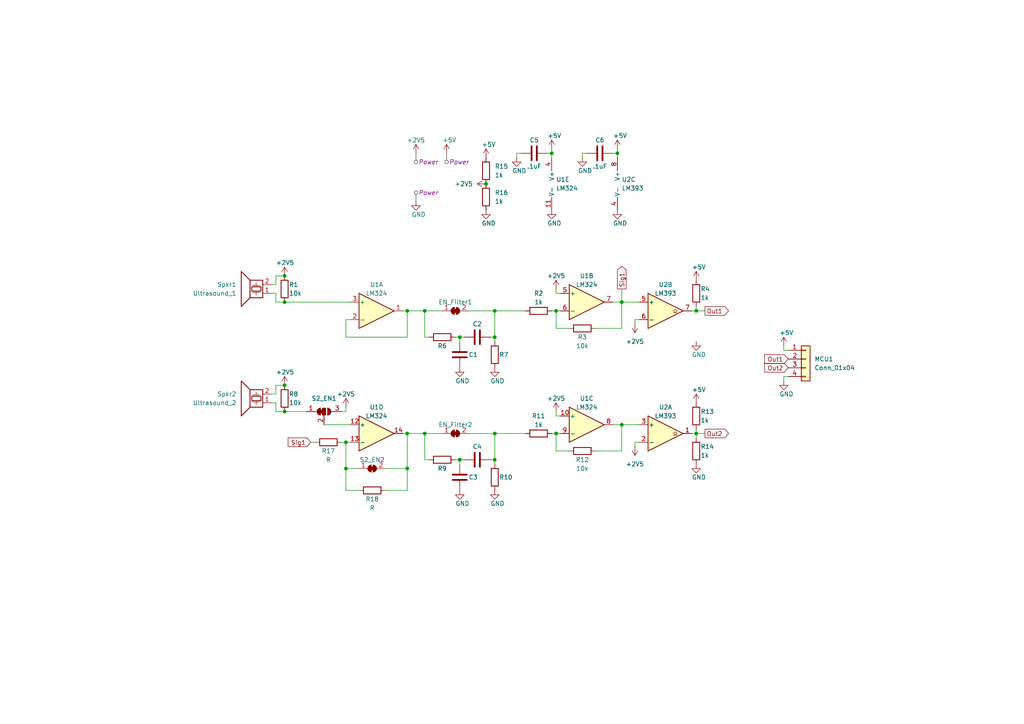
<source format=kicad_sch>
(kicad_sch (version 20230121) (generator eeschema)
  (paper "A4")
  (title_block (title "Ultrasonic Anemometer") (date "2024-03-20") (rev "1") (company "derGraph"))
  (lib_symbols
    (symbol "Amplifier_Operational:LM324" (pin_names (offset 0.127))
      (property "Reference" "U" (at 0 5.08 0))
      (property "Value" "LM324" (at 0 -5.08 0))
      (symbol "LM324_1_1"
        (polyline (pts (xy -5.08 5.08) (xy 5.08 0) (xy -5.08 -5.08) (xy -5.08 5.08)) (stroke (width 0.254)) (fill (type background)))
        (pin output line (at 7.62 0 180) (length 2.54) (name "~") (number "1"))
        (pin input line (at -7.62 -2.54 0) (length 2.54) (name "-") (number "2"))
        (pin input line (at -7.62 2.54 0) (length 2.54) (name "+") (number "3"))
      )
      (symbol "LM324_2_1"
        (polyline (pts (xy -5.08 5.08) (xy 5.08 0) (xy -5.08 -5.08) (xy -5.08 5.08)) (stroke (width 0.254)) (fill (type background)))
        (pin input line (at -7.62 2.54 0) (length 2.54) (name "+") (number "5"))
        (pin input line (at -7.62 -2.54 0) (length 2.54) (name "-") (number "6"))
        (pin output line (at 7.62 0 180) (length 2.54) (name "~") (number "7"))
      )
      (symbol "LM324_3_1"
        (polyline (pts (xy -5.08 5.08) (xy 5.08 0) (xy -5.08 -5.08) (xy -5.08 5.08)) (stroke (width 0.254)) (fill (type background)))
        (pin input line (at -7.62 2.54 0) (length 2.54) (name "+") (number "10"))
        (pin output line (at 7.62 0 180) (length 2.54) (name "~") (number "8"))
        (pin input line (at -7.62 -2.54 0) (length 2.54) (name "-") (number "9"))
      )
      (symbol "LM324_4_1"
        (polyline (pts (xy -5.08 5.08) (xy 5.08 0) (xy -5.08 -5.08) (xy -5.08 5.08)) (stroke (width 0.254)) (fill (type background)))
        (pin input line (at -7.62 2.54 0) (length 2.54) (name "+") (number "12"))
        (pin input line (at -7.62 -2.54 0) (length 2.54) (name "-") (number "13"))
        (pin output line (at 7.62 0 180) (length 2.54) (name "~") (number "14"))
      )
      (symbol "LM324_5_1"
        (pin power_in line (at -2.54 -7.62 90) (length 3.81) (name "V-") (number "11"))
        (pin power_in line (at -2.54 7.62 270) (length 3.81) (name "V+") (number "4"))
      )
    )
    (symbol "Comparator:LM393" (pin_names (offset 0.127))
      (property "Reference" "U" (at 3.81 3.81 0))
      (property "Value" "LM393" (at 6.35 -3.81 0))
      (symbol "LM393_1_1"
        (polyline (pts (xy -5.08 5.08) (xy 5.08 0) (xy -5.08 -5.08) (xy -5.08 5.08)) (stroke (width 0.254)) (fill (type background)))
        (polyline (pts (xy 3.302 -0.508) (xy 2.794 -0.508) (xy 3.302 0) (xy 2.794 0.508) (xy 2.286 0) (xy 2.794 -0.508) (xy 2.286 -0.508)) (stroke (width 0.127)))
        (pin open_collector line (at 7.62 0 180) (length 2.54) (name "~") (number "1"))
        (pin input line (at -7.62 -2.54 0) (length 2.54) (name "-") (number "2"))
        (pin input line (at -7.62 2.54 0) (length 2.54) (name "+") (number "3"))
      )
      (symbol "LM393_2_1"
        (polyline (pts (xy -5.08 5.08) (xy 5.08 0) (xy -5.08 -5.08) (xy -5.08 5.08)) (stroke (width 0.254)) (fill (type background)))
        (polyline (pts (xy 3.302 -0.508) (xy 2.794 -0.508) (xy 3.302 0) (xy 2.794 0.508) (xy 2.286 0) (xy 2.794 -0.508) (xy 2.286 -0.508)) (stroke (width 0.127)))
        (pin input line (at -7.62 2.54 0) (length 2.54) (name "+") (number "5"))
        (pin input line (at -7.62 -2.54 0) (length 2.54) (name "-") (number "6"))
        (pin open_collector line (at 7.62 0 180) (length 2.54) (name "~") (number "7"))
      )
      (symbol "LM393_3_1"
        (pin power_in line (at -2.54 -7.62 90) (length 3.81) (name "V-") (number "4"))
        (pin power_in line (at -2.54 7.62 270) (length 3.81) (name "V+") (number "8"))
      )
    )
    (symbol "Connector_Generic:Conn_01x04" (pin_names (offset 1.016) hide)
      (property "Reference" "J" (at 0 5.08 0))
      (property "Value" "Conn_01x04" (at 0 -7.62 0))
      (symbol "Conn_01x04_1_1"
        (rectangle (start -1.27 -4.953) (end 0 -5.207) (stroke (width 0.1524)))
        (rectangle (start -1.27 -2.413) (end 0 -2.667) (stroke (width 0.1524)))
        (rectangle (start -1.27 0.127) (end 0 -0.127) (stroke (width 0.1524)))
        (rectangle (start -1.27 2.667) (end 0 2.413) (stroke (width 0.1524)))
        (rectangle (start -1.27 3.81) (end 1.27 -6.35) (stroke (width 0.254)) (fill (type background)))
        (pin passive line (at -5.08 2.54 0) (length 3.81) (name "Pin_1") (number "1"))
        (pin passive line (at -5.08 0 0) (length 3.81) (name "Pin_2") (number "2"))
        (pin passive line (at -5.08 -2.54 0) (length 3.81) (name "Pin_3") (number "3"))
        (pin passive line (at -5.08 -5.08 0) (length 3.81) (name "Pin_4") (number "4"))
      )
    )
    (symbol "Device:C" (pin_numbers hide) (pin_names (offset 0.254))
      (property "Reference" "C" (at 0.635 2.54 0))
      (property "Value" "C" (at 0.635 -2.54 0))
      (symbol "C_0_1"
        (polyline (pts (xy -2.032 -0.762) (xy 2.032 -0.762)) (stroke (width 0.508)))
        (polyline (pts (xy -2.032 0.762) (xy 2.032 0.762)) (stroke (width 0.508)))
      )
      (symbol "C_1_1"
        (pin passive line (at 0 3.81 270) (length 2.794) (name "~") (number "1"))
        (pin passive line (at 0 -3.81 90) (length 2.794) (name "~") (number "2"))
      )
    )
    (symbol "Device:R" (pin_numbers hide) (pin_names (offset 0))
      (property "Reference" "R" (at 2.032 0 90))
      (property "Value" "R" (at 0 0 90))
      (symbol "R_0_1"
        (rectangle (start -1.016 -2.54) (end 1.016 2.54) (stroke (width 0.254)))
      )
      (symbol "R_1_1"
        (pin passive line (at 0 3.81 270) (length 1.27) (name "~") (number "1"))
        (pin passive line (at 0 -3.81 90) (length 1.27) (name "~") (number "2"))
      )
    )
    (symbol "Device:Speaker_Ultrasound" (pin_names (offset 0) hide)
      (property "Reference" "LS" (at 0.635 5.715 0))
      (property "Value" "Speaker_Ultrasound" (at 0.635 3.81 0))
      (symbol "Speaker_Ultrasound_0_0"
        (rectangle (start -2.54 1.27) (end 1.143 -3.81) (stroke (width 0.254)))
        (rectangle (start -2.032 -0.635) (end 0.635 -1.905) (stroke (width 0.254)))
        (polyline (pts (xy -1.651 -2.286) (xy 0.381 -2.286)))
        (polyline (pts (xy -1.651 -0.254) (xy 0.381 -0.254)))
        (polyline (pts (xy -0.635 -2.286) (xy -0.635 -3.048)))
        (polyline (pts (xy -0.635 -0.254) (xy -0.635 0.508)))
        (polyline (pts (xy 1.143 1.27) (xy 3.683 3.81) (xy 3.683 -6.35) (xy 1.143 -3.81)) (stroke (width 0.254)))
      )
      (symbol "Speaker_Ultrasound_1_1"
        (pin input line (at -5.08 0 0) (length 2.54) (name "1") (number "1"))
        (pin input line (at -5.08 -2.54 0) (length 2.54) (name "2") (number "2"))
      )
    )
    (symbol "Jumper:SolderJumper_2_Bridged" (pin_names (offset 0) hide)
      (property "Reference" "JP" (at 0 2.032 0))
      (property "Value" "SolderJumper_2_Bridged" (at 0 -2.54 0))
      (symbol "SolderJumper_2_Bridged_0_1"
        (rectangle (start -0.508 0.508) (end 0.508 -0.508) (fill (type outline)))
        (arc (start -0.254 1.016) (mid -1.2656 0) (end -0.254 -1.016))
        (arc (start -0.254 1.016) (mid -1.2656 0) (end -0.254 -1.016) (fill (type outline)))
        (polyline (pts (xy -0.254 1.016) (xy -0.254 -1.016)))
        (polyline (pts (xy 0.254 1.016) (xy 0.254 -1.016)))
        (arc (start 0.254 -1.016) (mid 1.2656 0) (end 0.254 1.016))
        (arc (start 0.254 -1.016) (mid 1.2656 0) (end 0.254 1.016) (fill (type outline)))
      )
      (symbol "SolderJumper_2_Bridged_1_1"
        (pin passive line (at -3.81 0 0) (length 2.54) (name "A") (number "1"))
        (pin passive line (at 3.81 0 180) (length 2.54) (name "B") (number "2"))
      )
    )
    (symbol "Jumper:SolderJumper_3_Bridged12" (pin_names (offset 0) hide)
      (property "Reference" "JP" (at -2.54 -2.54 0))
      (property "Value" "SolderJumper_3_Bridged12" (at 0 2.794 0))
      (symbol "SolderJumper_3_Bridged12_0_1"
        (rectangle (start -1.016 0.508) (end -0.508 -0.508) (fill (type outline)))
        (arc (start -1.016 1.016) (mid -2.0276 0) (end -1.016 -1.016))
        (arc (start -1.016 1.016) (mid -2.0276 0) (end -1.016 -1.016) (fill (type outline)))
        (rectangle (start -0.508 1.016) (end 0.508 -1.016) (fill (type outline)))
        (polyline (pts (xy -2.54 0) (xy -2.032 0)))
        (polyline (pts (xy -1.016 1.016) (xy -1.016 -1.016)))
        (polyline (pts (xy 0 -1.27) (xy 0 -1.016)))
        (polyline (pts (xy 1.016 1.016) (xy 1.016 -1.016)))
        (polyline (pts (xy 2.54 0) (xy 2.032 0)))
        (arc (start 1.016 -1.016) (mid 2.0276 0) (end 1.016 1.016))
        (arc (start 1.016 -1.016) (mid 2.0276 0) (end 1.016 1.016) (fill (type outline)))
      )
      (symbol "SolderJumper_3_Bridged12_1_1"
        (pin passive line (at -5.08 0 0) (length 2.54) (name "A") (number "1"))
        (pin passive line (at 0 -3.81 90) (length 2.54) (name "C") (number "2"))
        (pin passive line (at 5.08 0 180) (length 2.54) (name "B") (number "3"))
      )
    )
    (symbol "power:+2V5" (power) (pin_names (offset 0))
      (property "Value" "+2V5" (at 0 3.556 0))
      (symbol "+2V5_0_1"
        (polyline (pts (xy -0.762 1.27) (xy 0 2.54)))
        (polyline (pts (xy 0 0) (xy 0 2.54)))
        (polyline (pts (xy 0 2.54) (xy 0.762 1.27)))
      )
      (symbol "+2V5_1_1"
        (pin power_in line (at 0 0 90) (length 0) hide (name "+2V5") (number "1"))
      )
    )
    (symbol "power:+5V" (power) (pin_names (offset 0))
      (property "Value" "+5V" (at 0 3.556 0))
      (symbol "+5V_0_1"
        (polyline (pts (xy -0.762 1.27) (xy 0 2.54)))
        (polyline (pts (xy 0 0) (xy 0 2.54)))
        (polyline (pts (xy 0 2.54) (xy 0.762 1.27)))
      )
      (symbol "+5V_1_1"
        (pin power_in line (at 0 0 90) (length 0) hide (name "+5V") (number "1"))
      )
    )
    (symbol "power:GND" (power) (pin_names (offset 0))
      (property "Value" "GND" (at 0 -3.81 0))
      (symbol "GND_0_1"
        (polyline (pts (xy 0 0) (xy 0 -1.27) (xy 1.27 -1.27) (xy 0 -2.54) (xy -1.27 -1.27) (xy 0 -1.27)))
      )
      (symbol "GND_1_1"
        (pin power_in line (at 0 0 270) (length 0) hide (name "GND") (number "1"))
      )
    )
  )
  (junction (at 201.93 90.17))
  (junction (at 100.33 128.27))
  (junction (at 82.55 111.76))
  (junction (at 123.19 125.73))
  (junction (at 100.33 135.89))
  (junction (at 82.55 87.63))
  (junction (at 133.35 97.79))
  (junction (at 82.55 119.38))
  (junction (at 118.11 90.17))
  (junction (at 133.35 133.35))
  (junction (at 180.34 123.19))
  (junction (at 179.07 44.45))
  (junction (at 201.93 125.73))
  (junction (at 82.55 80.01))
  (junction (at 143.51 97.79))
  (junction (at 143.51 90.17))
  (junction (at 143.51 125.73))
  (junction (at 161.29 90.17))
  (junction (at 118.11 135.89))
  (junction (at 140.97 53.34))
  (junction (at 143.51 133.35))
  (junction (at 123.19 90.17))
  (junction (at 160.02 44.45))
  (junction (at 180.34 87.63))
  (junction (at 161.29 125.73))
  (junction (at 118.11 125.73))
  (wire (pts (xy 118.11 125.73) (xy 118.11 135.89)))
  (wire (pts (xy 118.11 90.17) (xy 116.84 90.17)))
  (wire (pts (xy 179.07 44.45) (xy 179.07 45.72)))
  (wire (pts (xy 100.33 135.89) (xy 104.14 135.89)))
  (wire (pts (xy 100.33 128.27) (xy 100.33 135.89)))
  (wire (pts (xy 143.51 90.17) (xy 143.51 97.79)))
  (wire (pts (xy 123.19 97.79) (xy 123.19 90.17)))
  (wire (pts (xy 135.89 125.73) (xy 143.51 125.73)))
  (wire (pts (xy 133.35 99.06) (xy 133.35 97.79)))
  (wire (pts (xy 184.15 128.27) (xy 185.42 128.27)))
  (wire (pts (xy 201.93 124.46) (xy 201.93 125.73)))
  (wire (pts (xy 135.89 90.17) (xy 143.51 90.17)))
  (wire (pts (xy 200.66 90.17) (xy 201.93 90.17)))
  (wire (pts (xy 179.07 43.18) (xy 179.07 44.45)))
  (wire (pts (xy 161.29 85.09) (xy 162.56 85.09)))
  (wire (pts (xy 93.98 123.19) (xy 101.6 123.19)))
  (wire (pts (xy 143.51 97.79) (xy 143.51 99.06)))
  (wire (pts (xy 184.15 129.54) (xy 184.15 128.27)))
  (wire (pts (xy 143.51 97.79) (xy 142.24 97.79)))
  (wire (pts (xy 179.07 44.45) (xy 177.8 44.45)))
  (wire (pts (xy 161.29 120.65) (xy 162.56 120.65)))
  (wire (pts (xy 100.33 119.38) (xy 99.06 119.38)))
  (wire (pts (xy 180.34 95.25) (xy 180.34 87.63)))
  (wire (pts (xy 184.15 92.71) (xy 185.42 92.71)))
  (wire (pts (xy 161.29 125.73) (xy 161.29 130.81)))
  (wire (pts (xy 160.02 90.17) (xy 161.29 90.17)))
  (wire (pts (xy 201.93 125.73) (xy 204.47 125.73)))
  (wire (pts (xy 101.6 92.71) (xy 100.33 92.71)))
  (wire (pts (xy 134.62 133.35) (xy 133.35 133.35)))
  (wire (pts (xy 80.01 111.76) (xy 82.55 111.76)))
  (wire (pts (xy 111.76 142.24) (xy 118.11 142.24)))
  (wire (pts (xy 200.66 125.73) (xy 201.93 125.73)))
  (wire (pts (xy 133.35 97.79) (xy 132.08 97.79)))
  (wire (pts (xy 158.75 44.45) (xy 160.02 44.45)))
  (wire (pts (xy 161.29 119.38) (xy 161.29 120.65)))
  (wire (pts (xy 180.34 130.81) (xy 180.34 123.19)))
  (wire (pts (xy 123.19 133.35) (xy 124.46 133.35)))
  (wire (pts (xy 201.93 88.9) (xy 201.93 90.17)))
  (wire (pts (xy 143.51 133.35) (xy 143.51 134.62)))
  (wire (pts (xy 149.86 44.45) (xy 151.13 44.45)))
  (wire (pts (xy 227.33 101.6) (xy 227.33 100.33)))
  (wire (pts (xy 134.62 97.79) (xy 133.35 97.79)))
  (wire (pts (xy 118.11 142.24) (xy 118.11 135.89)))
  (wire (pts (xy 123.19 97.79) (xy 124.46 97.79)))
  (wire (pts (xy 91.44 128.27) (xy 90.17 128.27)))
  (wire (pts (xy 80.01 80.01) (xy 82.55 80.01)))
  (wire (pts (xy 161.29 83.82) (xy 161.29 85.09)))
  (wire (pts (xy 161.29 90.17) (xy 162.56 90.17)))
  (wire (pts (xy 143.51 133.35) (xy 142.24 133.35)))
  (wire (pts (xy 104.14 142.24) (xy 100.33 142.24)))
  (wire (pts (xy 180.34 123.19) (xy 185.42 123.19)))
  (wire (pts (xy 123.19 125.73) (xy 128.27 125.73)))
  (wire (pts (xy 123.19 133.35) (xy 123.19 125.73)))
  (wire (pts (xy 80.01 114.3) (xy 80.01 111.76)))
  (wire (pts (xy 82.55 87.63) (xy 101.6 87.63)))
  (wire (pts (xy 118.11 90.17) (xy 123.19 90.17)))
  (wire (pts (xy 123.19 90.17) (xy 128.27 90.17)))
  (wire (pts (xy 160.02 43.18) (xy 160.02 44.45)))
  (wire (pts (xy 143.51 90.17) (xy 152.4 90.17)))
  (wire (pts (xy 161.29 95.25) (xy 165.1 95.25)))
  (wire (pts (xy 118.11 97.79) (xy 118.11 90.17)))
  (wire (pts (xy 80.01 119.38) (xy 82.55 119.38)))
  (wire (pts (xy 161.29 90.17) (xy 161.29 95.25)))
  (wire (pts (xy 168.91 44.45) (xy 170.18 44.45)))
  (wire (pts (xy 80.01 82.55) (xy 80.01 80.01)))
  (wire (pts (xy 180.34 123.19) (xy 177.8 123.19)))
  (wire (pts (xy 227.33 110.49) (xy 227.33 109.22)))
  (wire (pts (xy 118.11 125.73) (xy 123.19 125.73)))
  (wire (pts (xy 201.93 90.17) (xy 204.47 90.17)))
  (wire (pts (xy 227.33 109.22) (xy 228.6 109.22)))
  (wire (pts (xy 80.01 116.84) (xy 80.01 119.38)))
  (wire (pts (xy 101.6 128.27) (xy 100.33 128.27)))
  (wire (pts (xy 172.72 95.25) (xy 180.34 95.25)))
  (wire (pts (xy 78.74 116.84) (xy 80.01 116.84)))
  (wire (pts (xy 149.86 45.72) (xy 149.86 44.45)))
  (wire (pts (xy 100.33 97.79) (xy 118.11 97.79)))
  (wire (pts (xy 80.01 85.09) (xy 80.01 87.63)))
  (wire (pts (xy 180.34 87.63) (xy 177.8 87.63)))
  (wire (pts (xy 143.51 125.73) (xy 152.4 125.73)))
  (wire (pts (xy 180.34 83.82) (xy 180.34 87.63)))
  (wire (pts (xy 80.01 87.63) (xy 82.55 87.63)))
  (wire (pts (xy 100.33 118.11) (xy 100.33 119.38)))
  (wire (pts (xy 143.51 125.73) (xy 143.51 133.35)))
  (wire (pts (xy 78.74 82.55) (xy 80.01 82.55)))
  (wire (pts (xy 78.74 114.3) (xy 80.01 114.3)))
  (wire (pts (xy 78.74 85.09) (xy 80.01 85.09)))
  (wire (pts (xy 184.15 93.98) (xy 184.15 92.71)))
  (wire (pts (xy 88.9 119.38) (xy 82.55 119.38)))
  (wire (pts (xy 100.33 92.71) (xy 100.33 97.79)))
  (wire (pts (xy 168.91 44.45) (xy 168.91 45.72)))
  (wire (pts (xy 172.72 130.81) (xy 180.34 130.81)))
  (wire (pts (xy 160.02 125.73) (xy 161.29 125.73)))
  (wire (pts (xy 100.33 135.89) (xy 100.33 142.24)))
  (wire (pts (xy 161.29 125.73) (xy 162.56 125.73)))
  (wire (pts (xy 201.93 125.73) (xy 201.93 127)))
  (wire (pts (xy 118.11 135.89) (xy 111.76 135.89)))
  (wire (pts (xy 118.11 125.73) (xy 116.84 125.73)))
  (wire (pts (xy 99.06 128.27) (xy 100.33 128.27)))
  (wire (pts (xy 133.35 134.62) (xy 133.35 133.35)))
  (wire (pts (xy 228.6 101.6) (xy 227.33 101.6)))
  (wire (pts (xy 133.35 133.35) (xy 132.08 133.35)))
  (wire (pts (xy 180.34 87.63) (xy 185.42 87.63)))
  (wire (pts (xy 160.02 44.45) (xy 160.02 45.72)))
  (wire (pts (xy 161.29 130.81) (xy 165.1 130.81)))
  (global_label "Sig1" (shape input) (at 90.17 128.27 180) (property "Intersheetrefs" "${INTERSHEET_REFS}" (effects hide)))
  (global_label "Out1" (shape input) (at 228.6 104.14 180) (property "Intersheetrefs" "${INTERSHEET_REFS}" (effects hide)))
  (global_label "Out2" (shape input) (at 228.6 106.68 180) (property "Intersheetrefs" "${INTERSHEET_REFS}" (effects hide)))
  (global_label "Sig1" (shape output) (at 180.34 83.82 90) (property "Intersheetrefs" "${INTERSHEET_REFS}" (effects hide)))
  (global_label "Out2" (shape output) (at 204.47 125.73 0) (property "Intersheetrefs" "${INTERSHEET_REFS}" (effects hide)))
  (global_label "Out1" (shape output) (at 204.47 90.17 0) (property "Intersheetrefs" "${INTERSHEET_REFS}" (effects hide)))
  (netclass_flag "" (length 2.54) (shape round) (at 120.65 58.42 0) (property "Netclass" "Power" (at 121.3485 55.88 0) (effects (font italic) (justify left))))
  (netclass_flag "" (length 2.54) (shape round) (at 129.54 44.45 180) (property "Netclass" "Power" (at 130.2385 46.99 0) (effects (font italic) (justify left))))
  (netclass_flag "" (length 2.54) (shape round) (at 120.65 44.45 180) (property "Netclass" "Power" (at 121.3485 46.99 0) (effects (font italic) (justify left))))
  (symbol (lib_id "Device:R") (at 140.97 57.15 0) (unit 1)
    (property "Reference" "R16" (at 143.51 55.88 0) (effects (justify left)))
    (property "Value" "1k" (at 143.51 58.42 0) (effects (justify left)))
    (property "Footprint" "Resistor_SMD:R_0805_2012Metric_Pad1.20x1.40mm_HandSolder" (effects hide))
  )
  (symbol (lib_id "Device:C") (at 138.43 97.79 270) (unit 1) (in_bom no)
    (property "Reference" "C2" (at 138.43 93.98 90))
    (property "Value" "C" (effects hide))
    (property "Footprint" "Capacitor_SMD:C_0805_2012Metric_Pad1.18x1.45mm_HandSolder" (effects hide))
  )
  (symbol (lib_id "Device:R") (at 128.27 97.79 270) (unit 1) (in_bom no)
    (property "Reference" "R6" (at 128.27 100.33 90))
    (property "Value" "R" (effects hide))
    (property "Footprint" "Resistor_SMD:R_0805_2012Metric_Pad1.20x1.40mm_HandSolder" (effects hide))
    (property "Sim.Enable" "0" (effects hide))
  )
  (symbol (lib_id "Device:R") (at 107.95 142.24 270) (unit 1) (in_bom no)
    (property "Reference" "R18" (at 107.95 144.78 90))
    (property "Value" "R" (at 107.95 147.32 90))
    (property "Footprint" "Resistor_SMD:R_0805_2012Metric_Pad1.20x1.40mm_HandSolder" (effects hide))
  )
  (symbol (lib_id "Amplifier_Operational:LM324") (at 170.18 123.19 0) (unit 3)
    (property "Reference" "U1" (at 170.18 115.57 0))
    (property "Value" "LM324" (at 170.18 118.11 0))
    (property "Footprint" "derGraph:SOIC-14_3.9x8.7mm_P1.27mm" (effects hide))
    (property "Datasheet" "http://www.ti.com/lit/ds/symlink/lm2902-n.pdf" (effects hide))
  )
  (symbol (lib_id "power:GND") (at 227.33 110.49 0) (unit 1)
    (property "Reference" "#PWR025" (effects hide))
    (property "Value" "GND" (at 226.06 114.3 0) (effects (justify left)))
  )
  (symbol (lib_id "power:GND") (at 179.07 60.96 0) (unit 1)
    (property "Reference" "#PWR017" (effects hide))
    (property "Value" "GND" (at 177.8 64.77 0) (effects (justify left)))
  )
  (symbol (lib_id "power:GND") (at 133.35 142.24 0) (unit 1)
    (property "Reference" "#PWR012" (effects hide))
    (property "Value" "GND" (at 132.08 146.05 0) (effects (justify left)))
  )
  (symbol (lib_id "power:+5V") (at 201.93 81.28 0) (unit 1)
    (property "Reference" "#PWR010" (effects hide))
    (property "Value" "+5V" (at 200.66 77.47 0) (effects (justify left)))
  )
  (symbol (lib_id "Device:R") (at 201.93 130.81 0) (unit 1)
    (property "Reference" "R14" (at 203.2 129.54 0) (effects (justify left)))
    (property "Value" "1k" (at 203.2 132.08 0) (effects (justify left)))
    (property "Footprint" "Resistor_SMD:R_0805_2012Metric_Pad1.20x1.40mm_HandSolder" (effects hide))
  )
  (symbol (lib_id "Connector_Generic:Conn_01x04") (at 233.68 104.14 0) (unit 1)
    (property "Reference" "MCU1" (at 236.22 104.14 0) (effects (justify left)))
    (property "Value" "Conn_01x04" (at 236.22 106.68 0) (effects (justify left)))
    (property "Footprint" "Connector_JST:JST_SH_SM04B-SRSS-TB_1x04-1MP_P1.00mm_Horizontal" (effects hide))
  )
  (symbol (lib_id "power:+2V5") (at 100.33 118.11 0) (unit 1)
    (property "Reference" "#PWR026" (effects hide))
    (property "Value" "+2V5" (at 100.33 114.3 0))
  )
  (symbol (lib_id "power:+5V") (at 160.02 43.18 0) (unit 1)
    (property "Reference" "#PWR014" (effects hide))
    (property "Value" "+5V" (at 158.75 39.37 0) (effects (justify left)))
  )
  (symbol (lib_id "power:+2V5") (at 140.97 53.34 90) (unit 1)
    (property "Reference" "#PWR01" (effects hide))
    (property "Value" "+2V5" (at 137.16 53.34 90) (effects (justify left)))
  )
  (symbol (lib_id "power:+2V5") (at 82.55 111.76 0) (unit 1)
    (property "Reference" "#PWR09" (effects hide))
    (property "Value" "+2V5" (at 80.01 107.95 0) (effects (justify left)))
  )
  (symbol (lib_id "Device:C") (at 138.43 133.35 270) (unit 1) (in_bom no)
    (property "Reference" "C4" (at 138.43 129.54 90))
    (property "Value" "C" (effects hide))
    (property "Footprint" "Capacitor_SMD:C_0805_2012Metric_Pad1.18x1.45mm_HandSolder" (effects hide))
  )
  (symbol (lib_id "power:+2V5") (at 161.29 83.82 0) (unit 1)
    (property "Reference" "#PWR05" (effects hide))
    (property "Value" "+2V5" (at 161.29 80.01 0))
  )
  (symbol (lib_id "Device:R") (at 168.91 130.81 270) (unit 1)
    (property "Reference" "R12" (at 168.91 133.35 90))
    (property "Value" "10k" (at 168.91 135.89 90))
    (property "Footprint" "Resistor_SMD:R_0805_2012Metric_Pad1.20x1.40mm_HandSolder" (effects hide))
  )
  (symbol (lib_id "Comparator:LM393") (at 193.04 125.73 0) (unit 1)
    (property "Reference" "U2" (at 193.04 118.11 0))
    (property "Value" "LM393" (at 193.04 120.65 0))
    (property "Footprint" "derGraph:SOIC-8_3.9x4.9mm_P1.27mm" (effects hide))
    (property "Datasheet" "http://www.ti.com/lit/ds/symlink/lm393.pdf" (effects hide))
  )
  (symbol (lib_id "Device:R") (at 156.21 125.73 90) (unit 1)
    (property "Reference" "R11" (at 156.21 120.65 90))
    (property "Value" "1k" (at 156.21 123.19 90))
    (property "Footprint" "Resistor_SMD:R_0805_2012Metric_Pad1.20x1.40mm_HandSolder" (effects hide))
  )
  (symbol (lib_id "Amplifier_Operational:LM324") (at 170.18 87.63 0) (unit 2)
    (property "Reference" "U1" (at 170.18 80.01 0))
    (property "Value" "LM324" (at 170.18 82.55 0))
    (property "Footprint" "derGraph:SOIC-14_3.9x8.7mm_P1.27mm" (effects hide))
    (property "Datasheet" "http://www.ti.com/lit/ds/symlink/lm2902-n.pdf" (effects hide))
  )
  (symbol (lib_id "Device:R") (at 143.51 138.43 0) (unit 1) (in_bom no)
    (property "Reference" "R10" (at 144.78 138.43 0) (effects (justify left)))
    (property "Value" "R" (effects hide))
    (property "Footprint" "Resistor_SMD:R_0805_2012Metric_Pad1.20x1.40mm_HandSolder" (effects hide))
    (property "Sim.Enable" "0" (effects hide))
  )
  (symbol (lib_id "power:GND") (at 143.51 106.68 0) (unit 1)
    (property "Reference" "#PWR08" (effects hide))
    (property "Value" "GND" (at 142.24 110.49 0) (effects (justify left)))
  )
  (symbol (lib_id "Jumper:SolderJumper_3_Bridged12") (at 93.98 119.38 0) (unit 1) (in_bom no)
    (property "Reference" "S2_EN1" (at 93.98 115.57 0))
    (property "Value" "SolderJumper_3_Bridged12" (effects hide))
    (property "Footprint" "Jumper:SolderJumper-3_P1.3mm_Bridged2Bar12_RoundedPad1.0x1.5mm_NumberLabels" (effects hide))
  )
  (symbol (lib_id "Amplifier_Operational:LM324") (at 162.56 53.34 0) (unit 5)
    (property "Reference" "U1" (at 161.29 52.07 0) (effects (justify left)))
    (property "Value" "LM324" (at 161.29 54.61 0) (effects (justify left)))
    (property "Footprint" "derGraph:SOIC-14_3.9x8.7mm_P1.27mm" (effects hide))
    (property "Datasheet" "http://www.ti.com/lit/ds/symlink/lm2902-n.pdf" (effects hide))
  )
  (symbol (lib_id "power:GND") (at 120.65 58.42 0) (unit 1)
    (property "Reference" "#PWR029" (effects hide))
    (property "Value" "GND" (at 119.38 62.23 0) (effects (justify left)))
  )
  (symbol (lib_id "Jumper:SolderJumper_2_Bridged") (at 107.95 135.89 0) (unit 1) (in_bom no)
    (property "Reference" "S2_EN2" (at 107.95 133.35 0))
    (property "Value" "SolderJumper_2_Bridged" (effects hide))
    (property "Footprint" "Jumper:SolderJumper-2_P1.3mm_Bridged_RoundedPad1.0x1.5mm" (effects hide))
  )
  (symbol (lib_id "Device:C") (at 133.35 102.87 0) (unit 1) (in_bom no)
    (property "Reference" "C1" (at 135.89 102.87 0) (effects (justify left)))
    (property "Value" "C" (effects hide))
    (property "Footprint" "Capacitor_SMD:C_0805_2012Metric_Pad1.18x1.45mm_HandSolder" (effects hide))
  )
  (symbol (lib_id "power:+5V") (at 129.54 44.45 0) (unit 1)
    (property "Reference" "#PWR027" (effects hide))
    (property "Value" "+5V" (at 128.27 40.64 0) (effects (justify left)))
  )
  (symbol (lib_id "Device:R") (at 82.55 115.57 0) (unit 1)
    (property "Reference" "R8" (at 83.82 114.3 0) (effects (justify left)))
    (property "Value" "10k" (at 83.82 116.84 0) (effects (justify left)))
    (property "Footprint" "Resistor_SMD:R_0805_2012Metric_Pad1.20x1.40mm_HandSolder" (effects hide))
  )
  (symbol (lib_id "Device:R") (at 168.91 95.25 270) (unit 1)
    (property "Reference" "R3" (at 168.91 97.79 90))
    (property "Value" "10k" (at 168.91 100.33 90))
    (property "Footprint" "Resistor_SMD:R_0805_2012Metric_Pad1.20x1.40mm_HandSolder" (effects hide))
  )
  (symbol (lib_id "power:+5V") (at 179.07 43.18 0) (unit 1)
    (property "Reference" "#PWR015" (effects hide))
    (property "Value" "+5V" (at 177.8 39.37 0) (effects (justify left)))
  )
  (symbol (lib_id "Device:R") (at 201.93 120.65 0) (unit 1)
    (property "Reference" "R13" (at 203.2 119.38 0) (effects (justify left)))
    (property "Value" "1k" (at 203.2 121.92 0) (effects (justify left)))
    (property "Footprint" "Resistor_SMD:R_0805_2012Metric_Pad1.20x1.40mm_HandSolder" (effects hide))
  )
  (symbol (lib_id "power:+5V") (at 227.33 100.33 0) (unit 1)
    (property "Reference" "#PWR024" (effects hide))
    (property "Value" "+5V" (at 226.06 96.52 0) (effects (justify left)))
  )
  (symbol (lib_id "power:+2V5") (at 120.65 44.45 0) (unit 1)
    (property "Reference" "#PWR028" (effects hide))
    (property "Value" "+2V5" (at 120.65 40.64 0))
  )
  (symbol (lib_id "power:+2V5") (at 184.15 93.98 180) (unit 1)
    (property "Reference" "#PWR06" (effects hide))
    (property "Value" "+2V5" (at 184.15 99.06 0))
  )
  (symbol (lib_id "Jumper:SolderJumper_2_Bridged") (at 132.08 125.73 0) (unit 1) (in_bom no)
    (property "Reference" "EN_Filter2" (at 132.08 123.19 0))
    (property "Value" "SolderJumper_2_Bridged" (effects hide))
    (property "Footprint" "Jumper:SolderJumper-2_P1.3mm_Bridged_RoundedPad1.0x1.5mm" (effects hide))
  )
  (symbol (lib_id "Jumper:SolderJumper_2_Bridged") (at 132.08 90.17 0) (unit 1) (in_bom no)
    (property "Reference" "EN_Filter1" (at 132.08 87.63 0))
    (property "Value" "SolderJumper_2_Bridged" (effects hide))
    (property "Footprint" "Jumper:SolderJumper-2_P1.3mm_Bridged_RoundedPad1.0x1.5mm" (effects hide))
  )
  (symbol (lib_id "power:+5V") (at 201.93 116.84 0) (unit 1)
    (property "Reference" "#PWR020" (effects hide))
    (property "Value" "+5V" (at 200.66 113.03 0) (effects (justify left)))
  )
  (symbol (lib_id "power:GND") (at 140.97 60.96 0) (unit 1)
    (property "Reference" "#PWR03" (effects hide))
    (property "Value" "GND" (at 139.7 64.77 0) (effects (justify left)))
  )
  (symbol (lib_id "Comparator:LM393") (at 193.04 90.17 0) (unit 2)
    (property "Reference" "U2" (at 193.04 82.55 0))
    (property "Value" "LM393" (at 193.04 85.09 0))
    (property "Footprint" "derGraph:SOIC-8_3.9x4.9mm_P1.27mm" (effects hide))
    (property "Datasheet" "http://www.ti.com/lit/ds/symlink/lm393.pdf" (effects hide))
  )
  (symbol (lib_id "Device:R") (at 82.55 83.82 0) (unit 1)
    (property "Reference" "R1" (at 83.82 82.55 0) (effects (justify left)))
    (property "Value" "10k" (at 83.82 85.09 0) (effects (justify left)))
    (property "Footprint" "Resistor_SMD:R_0805_2012Metric_Pad1.20x1.40mm_HandSolder" (effects hide))
  )
  (symbol (lib_id "Device:R") (at 143.51 102.87 0) (unit 1) (in_bom no)
    (property "Reference" "R7" (at 144.78 102.87 0) (effects (justify left)))
    (property "Value" "R" (effects hide))
    (property "Footprint" "Resistor_SMD:R_0805_2012Metric_Pad1.20x1.40mm_HandSolder" (effects hide))
    (property "Sim.Enable" "0" (effects hide))
  )
  (symbol (lib_id "power:+2V5") (at 82.55 80.01 0) (unit 1)
    (property "Reference" "#PWR04" (effects hide))
    (property "Value" "+2V5" (at 80.01 76.2 0) (effects (justify left)))
  )
  (symbol (lib_id "power:GND") (at 143.51 142.24 0) (unit 1)
    (property "Reference" "#PWR013" (effects hide))
    (property "Value" "GND" (at 142.24 146.05 0) (effects (justify left)))
  )
  (symbol (lib_id "Device:R") (at 128.27 133.35 270) (unit 1) (in_bom no)
    (property "Reference" "R9" (at 128.27 135.89 90))
    (property "Value" "R" (effects hide))
    (property "Footprint" "Resistor_SMD:R_0805_2012Metric_Pad1.20x1.40mm_HandSolder" (effects hide))
    (property "Sim.Enable" "0" (effects hide))
  )
  (symbol (lib_id "power:GND") (at 168.91 45.72 0) (unit 1)
    (property "Reference" "#PWR023" (effects hide))
    (property "Value" "GND" (at 167.64 49.53 0) (effects (justify left)))
  )
  (symbol (lib_id "power:+2V5") (at 184.15 129.54 180) (unit 1)
    (property "Reference" "#PWR019" (effects hide))
    (property "Value" "+2V5" (at 184.15 134.62 0))
  )
  (symbol (lib_id "Device:Speaker_Ultrasound") (at 73.66 85.09 180) (unit 1)
    (property "Reference" "Spkr1" (at 68.58 82.55 0) (effects (justify left)))
    (property "Value" "Ultrasound_1" (at 68.58 85.09 0) (effects (justify left)))
    (property "Footprint" "Connector_JST:JST_SH_SM02B-SRSS-TB_1x02-1MP_P1.00mm_Horizontal" (effects hide))
  )
  (symbol (lib_id "power:GND") (at 160.02 60.96 0) (unit 1)
    (property "Reference" "#PWR016" (effects hide))
    (property "Value" "GND" (at 158.75 64.77 0) (effects (justify left)))
  )
  (symbol (lib_id "power:GND") (at 201.93 99.06 0) (unit 1)
    (property "Reference" "#PWR011" (effects hide))
    (property "Value" "GND" (at 200.66 102.87 0) (effects (justify left)))
  )
  (symbol (lib_id "Comparator:LM393") (at 181.61 53.34 0) (unit 3)
    (property "Reference" "U2" (at 180.34 52.07 0) (effects (justify left)))
    (property "Value" "LM393" (at 180.34 54.61 0) (effects (justify left)))
    (property "Footprint" "derGraph:SOIC-8_3.9x4.9mm_P1.27mm" (effects hide))
    (property "Datasheet" "http://www.ti.com/lit/ds/symlink/lm393.pdf" (effects hide))
  )
  (symbol (lib_id "power:GND") (at 133.35 106.68 0) (unit 1)
    (property "Reference" "#PWR07" (effects hide))
    (property "Value" "GND" (at 132.08 110.49 0) (effects (justify left)))
  )
  (symbol (lib_id "Device:Speaker_Ultrasound") (at 73.66 116.84 180) (unit 1)
    (property "Reference" "Spkr2" (at 68.58 114.3 0) (effects (justify left)))
    (property "Value" "Ultrasound_2" (at 68.58 116.84 0) (effects (justify left)))
    (property "Footprint" "Connector_JST:JST_SH_SM02B-SRSS-TB_1x02-1MP_P1.00mm_Horizontal" (effects hide))
  )
  (symbol (lib_id "Device:R") (at 140.97 49.53 0) (unit 1)
    (property "Reference" "R15" (at 143.51 48.26 0) (effects (justify left)))
    (property "Value" "1k" (at 143.51 50.8 0) (effects (justify left)))
    (property "Footprint" "Resistor_SMD:R_0805_2012Metric_Pad1.20x1.40mm_HandSolder" (effects hide))
  )
  (symbol (lib_id "power:GND") (at 149.86 45.72 0) (unit 1)
    (property "Reference" "#PWR022" (effects hide))
    (property "Value" "GND" (at 148.59 49.53 0) (effects (justify left)))
  )
  (symbol (lib_id "power:GND") (at 201.93 134.62 0) (unit 1)
    (property "Reference" "#PWR021" (effects hide))
    (property "Value" "GND" (at 200.66 138.43 0) (effects (justify left)))
  )
  (symbol (lib_id "Device:R") (at 95.25 128.27 270) (unit 1) (in_bom no)
    (property "Reference" "R17" (at 95.25 130.81 90))
    (property "Value" "R" (at 95.25 133.35 90))
    (property "Footprint" "Resistor_SMD:R_0805_2012Metric_Pad1.20x1.40mm_HandSolder" (effects hide))
  )
  (symbol (lib_id "Device:R") (at 201.93 85.09 0) (unit 1)
    (property "Reference" "R4" (at 203.2 83.82 0) (effects (justify left)))
    (property "Value" "1k" (at 203.2 86.36 0) (effects (justify left)))
    (property "Footprint" "Resistor_SMD:R_0805_2012Metric_Pad1.20x1.40mm_HandSolder" (effects hide))
  )
  (symbol (lib_id "Amplifier_Operational:LM324") (at 109.22 125.73 0) (unit 4)
    (property "Reference" "U1" (at 109.22 118.11 0))
    (property "Value" "LM324" (at 109.22 120.65 0))
    (property "Footprint" "derGraph:SOIC-14_3.9x8.7mm_P1.27mm" (effects hide))
    (property "Datasheet" "http://www.ti.com/lit/ds/symlink/lm2902-n.pdf" (effects hide))
  )
  (symbol (lib_id "Device:R") (at 156.21 90.17 90) (unit 1)
    (property "Reference" "R2" (at 156.21 85.09 90))
    (property "Value" "1k" (at 156.21 87.63 90))
    (property "Footprint" "Resistor_SMD:R_0805_2012Metric_Pad1.20x1.40mm_HandSolder" (effects hide))
  )
  (symbol (lib_id "Device:C") (at 154.94 44.45 270) (unit 1)
    (property "Reference" "C5" (at 154.94 40.64 90))
    (property "Value" ".1uF" (at 154.94 48.26 90))
    (property "Footprint" "Capacitor_SMD:C_0805_2012Metric_Pad1.18x1.45mm_HandSolder" (effects hide))
  )
  (symbol (lib_id "Amplifier_Operational:LM324") (at 109.22 90.17 0) (unit 1)
    (property "Reference" "U1" (at 109.22 82.55 0))
    (property "Value" "LM324" (at 109.22 85.09 0))
    (property "Footprint" "derGraph:SOIC-14_3.9x8.7mm_P1.27mm" (effects hide))
    (property "Datasheet" "http://www.ti.com/lit/ds/symlink/lm2902-n.pdf" (effects hide))
  )
  (symbol (lib_id "Device:C") (at 173.99 44.45 270) (unit 1) (in_bom no)
    (property "Reference" "C6" (at 173.99 40.64 90))
    (property "Value" ".1uF" (at 173.99 48.26 90))
    (property "Footprint" "Capacitor_SMD:C_0805_2012Metric_Pad1.18x1.45mm_HandSolder" (effects hide))
  )
  (symbol (lib_id "power:+2V5") (at 161.29 119.38 0) (unit 1)
    (property "Reference" "#PWR018" (effects hide))
    (property "Value" "+2V5" (at 161.29 115.57 0))
  )
  (symbol (lib_id "Device:C") (at 133.35 138.43 0) (unit 1) (in_bom no)
    (property "Reference" "C3" (at 135.89 138.43 0) (effects (justify left)))
    (property "Value" "C" (effects hide))
    (property "Footprint" "Capacitor_SMD:C_0805_2012Metric_Pad1.18x1.45mm_HandSolder" (effects hide))
  )
  (symbol (lib_id "power:+5V") (at 140.97 45.72 0) (unit 1)
    (property "Reference" "#PWR02" (effects hide))
    (property "Value" "+5V" (at 139.7 41.91 0) (effects (justify left)))
  )
)
</source>
